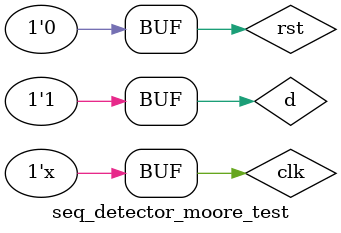
<source format=v>
`timescale 1ns / 1ps



module seq_detector_moore_test;

	// Inputs
	reg d;
	reg clk;
	reg rst;

	// Outputs
	wire out;

	always #10 clk=~clk;
	// Instantiate the Unit Under Test (UUT)
	seq_detector_moore uut (
		.d(d), 
		.clk(clk), 
		.rst(rst), 
		.out(out)
	);

	initial begin
		d = 0;
		clk = 0;
		rst = 0;
		#15;
		d=1;
		#20;
		d=1;
		#20;
		d=1;
		#20;
		d=0;
		#20;
		d=1;
		#20;
		d=0;
		#20;
		d=1;
		rst=1;
		#20;
		rst=0;
		#20;
		d=1;
		#20;
		d=1;
		#20;
		d=0;
		#20;
		d=1;
		#20;
		d=0;
		#20;
		d=1;
		#20;
		d=0;
		#20;
		d=1;
		#20;
		d=0;
		#20;
		d=1;
		#20;
		d=0;
		#20;
		d=1;
		#20;

	end
      
endmodule


</source>
